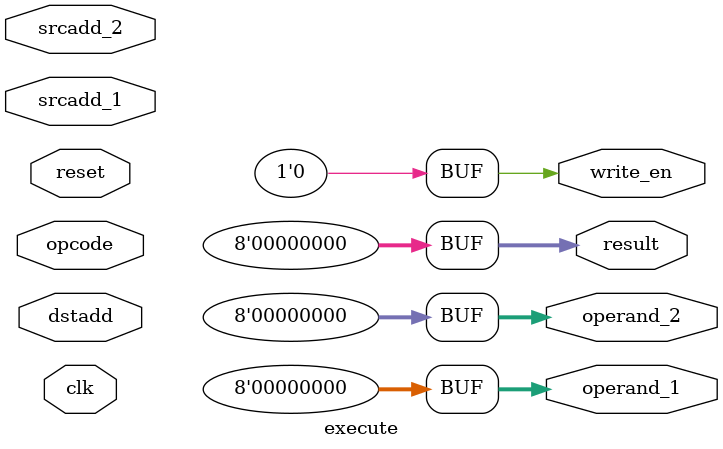
<source format=v>
module execute(
    input clk,               // 클럭 입력
    input reset,             // 리셋 신호 입력
    input [3:0] opcode,     // 명령어 opcode 입력
    input [3:0] srcadd_1,   // 첫 번째 소스 데이터 입력
    input [3:0] srcadd_2,   // 두 번째 소스 데이터 입력
    input [3:0] dstadd,     // 대상 주소 입력 //FM decode

    output reg [7:0] operand_1 = 8'b0, // 초기값 설정
    output reg [7:0] operand_2 = 8'b0, // 초기값 설정
    output reg [7:0] result = 8'b0,    // 초기값 설정
    output reg write_en = 1'b0        // 초기값 설정
);

    // 레지스터 모듈 인스턴스 생성 (읽기용)
    ReadRegister readsrc_1(
        .address(srcadd_1),
        .data_read(operand_1) // srcadd_1 주소에서 읽은 데이터
    );
    ReadRegister readsrc_2(
        .address(srcadd_2),
        .data_read(operand_2) // srcadd_2 주소에서 읽은 데이터
    );

    // ALU 모듈 인스턴스 생성
    alu alu_inst (
        .opcode(opcode[2:0]),   // opcode의 하위 3비트를 전달
        .operand1(operand_1),
        .operand2(operand_2),
        .result(result)
    );

    // 레지스터 모듈 인스턴스 생성 (쓰기용)
    WriteRegister writedst(
        .address(dstadd),
        .data_write(result),    // 결과 값을 쓰기 데이터로 설정
        .write_en(write_en)    // 쓰기 동작 활성화 신호
    );

endmodule

</source>
